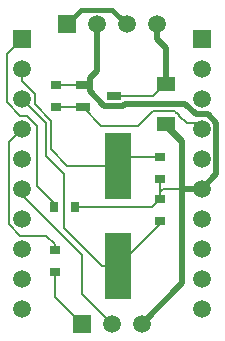
<source format=gbl>
G04 Layer_Physical_Order=2*
G04 Layer_Color=16711680*
%FSTAX24Y24*%
%MOIN*%
G70*
G01*
G75*
%ADD15C,0.0080*%
%ADD16C,0.0200*%
%ADD17C,0.0591*%
%ADD18R,0.0591X0.0591*%
%ADD19R,0.0591X0.0591*%
%ADD20R,0.0374X0.0315*%
%ADD21R,0.0315X0.0374*%
%ADD22R,0.0630X0.0492*%
%ADD23R,0.0472X0.0256*%
%ADD24R,0.0900X0.2200*%
%ADD25C,0.0150*%
D15*
X044Y0215D02*
Y0228D01*
X042Y0248D02*
X044Y0228D01*
X042Y0248D02*
Y025D01*
X0434Y0237D02*
X044673Y022427D01*
X0434Y0237D02*
Y025485D01*
X044Y0215D02*
X045Y0205D01*
X0425Y025116D02*
X043071Y024545D01*
X042819Y023435D02*
X0431Y023154D01*
Y022954D02*
Y023154D01*
Y0214D02*
X044Y0205D01*
X0431Y0214D02*
Y022246D01*
X041565Y026565D02*
X042Y027D01*
X041565Y02382D02*
Y026565D01*
Y02382D02*
X041949Y023435D01*
X042819D01*
X0415Y027884D02*
Y0295D01*
Y027884D02*
X041949Y027435D01*
X04218D01*
X0425Y027116D01*
Y025116D02*
Y027116D01*
X046346Y0244D02*
X0466Y024654D01*
X04378Y0244D02*
X046346D01*
X0428Y026085D02*
Y0272D01*
Y026085D02*
X0434Y025485D01*
X043071Y0244D02*
Y024545D01*
X0415Y0295D02*
X042Y03D01*
X043154Y028454D02*
X043174Y028474D01*
X043174Y027726D02*
X044032D01*
X043154Y027746D02*
X043174Y027726D01*
X044673Y022427D02*
X0452D01*
X0466Y023827D02*
Y023946D01*
X0452Y022427D02*
X0466Y023827D01*
X045481Y026054D02*
X0466D01*
X0452Y025773D02*
X045481Y026054D01*
X0466Y0249D02*
X0467Y025D01*
X0466Y024654D02*
Y0249D01*
Y025346D01*
X0467Y025D02*
X04735D01*
X043174Y028474D02*
X044032D01*
X042Y028D02*
X0428Y0272D01*
X043527Y025773D02*
X0452D01*
X042435Y02782D02*
Y02818D01*
X042435Y027819D02*
X042435Y02782D01*
X042435Y027819D02*
Y027819D01*
Y027819D02*
X04298Y027275D01*
Y02632D02*
Y027275D01*
Y02632D02*
X043527Y025773D01*
X042Y028616D02*
Y029D01*
Y028616D02*
X042435Y02818D01*
X04639Y0281D02*
X0468Y02851D01*
X045077Y0281D02*
X04639D01*
X0468Y027015D02*
Y027152D01*
Y027015D02*
X04735Y026465D01*
X044032Y027726D02*
X044658Y0271D01*
X045874D01*
X046374Y0276D01*
X0478Y0272D02*
X048Y027D01*
X0475Y0272D02*
X0478D01*
X046374Y0276D02*
X0471D01*
X047255Y027445D02*
X0475Y0272D01*
X047255Y027445D02*
Y027456D01*
X047173Y027538D02*
X047255Y027456D01*
X047162Y027538D02*
X047173D01*
X0471Y0276D02*
X047162Y027538D01*
D16*
X04735Y02185D02*
Y025D01*
X046Y0205D02*
X04735Y02185D01*
X0465Y03D02*
X0468Y0297D01*
Y02851D02*
Y0297D01*
X0465Y03D02*
Y0305D01*
X0445Y028942D02*
Y0305D01*
X044266Y028264D02*
X044758Y027772D01*
X045396D01*
X045464Y02784D01*
X04746D02*
X047804Y027495D01*
X048205D02*
X048495Y027205D01*
Y025495D02*
Y027205D01*
X044266Y028264D02*
Y028708D01*
X0445Y028942D01*
X045464Y02784D02*
X04746D01*
X047804Y027495D02*
X048205D01*
X04735Y025D02*
X048D01*
X04735Y026465D02*
Y026602D01*
X0468Y027152D02*
X04735Y026602D01*
X048Y025D02*
X048495Y025495D01*
X04735Y025D02*
Y026465D01*
D17*
X046Y0205D02*
D03*
X045D02*
D03*
X048Y021D02*
D03*
Y022D02*
D03*
Y023D02*
D03*
Y024D02*
D03*
Y025D02*
D03*
Y029D02*
D03*
Y028D02*
D03*
Y027D02*
D03*
Y026D02*
D03*
X042Y021D02*
D03*
Y022D02*
D03*
Y023D02*
D03*
Y024D02*
D03*
Y025D02*
D03*
Y029D02*
D03*
Y028D02*
D03*
Y027D02*
D03*
Y026D02*
D03*
X0445Y0305D02*
D03*
X0455D02*
D03*
X0465D02*
D03*
D18*
X044Y0205D02*
D03*
X0435Y0305D02*
D03*
D19*
X048Y03D02*
D03*
X042D02*
D03*
D20*
X0431Y022246D02*
D03*
Y022954D02*
D03*
X043154Y027746D02*
D03*
Y028454D02*
D03*
X0466Y025346D02*
D03*
Y026054D02*
D03*
Y024654D02*
D03*
Y023946D02*
D03*
D21*
X04378Y0244D02*
D03*
X043071D02*
D03*
D22*
X0468Y02851D02*
D03*
Y027152D02*
D03*
D23*
X045077Y0281D02*
D03*
X044032Y027726D02*
D03*
Y028474D02*
D03*
D24*
X0452Y025773D02*
D03*
Y022427D02*
D03*
D25*
X0435Y0305D02*
X04397Y03097D01*
X04503D02*
X0455Y0305D01*
X04397Y03097D02*
X04503D01*
M02*

</source>
